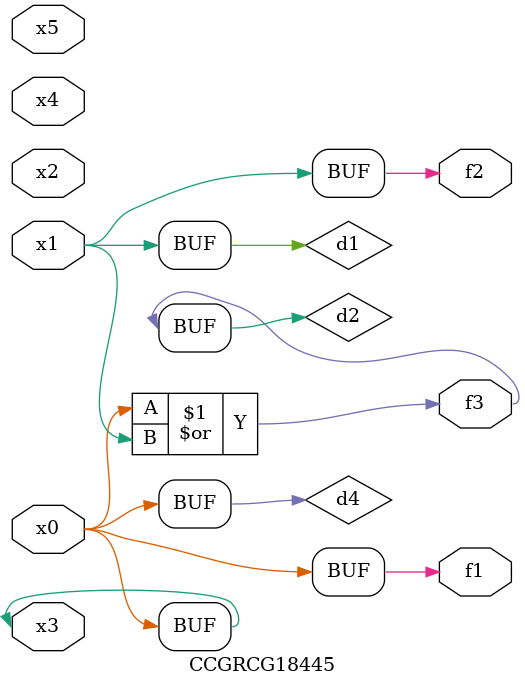
<source format=v>
module CCGRCG18445(
	input x0, x1, x2, x3, x4, x5,
	output f1, f2, f3
);

	wire d1, d2, d3, d4;

	and (d1, x1);
	or (d2, x0, x1);
	nand (d3, x0, x5);
	buf (d4, x0, x3);
	assign f1 = d4;
	assign f2 = d1;
	assign f3 = d2;
endmodule

</source>
